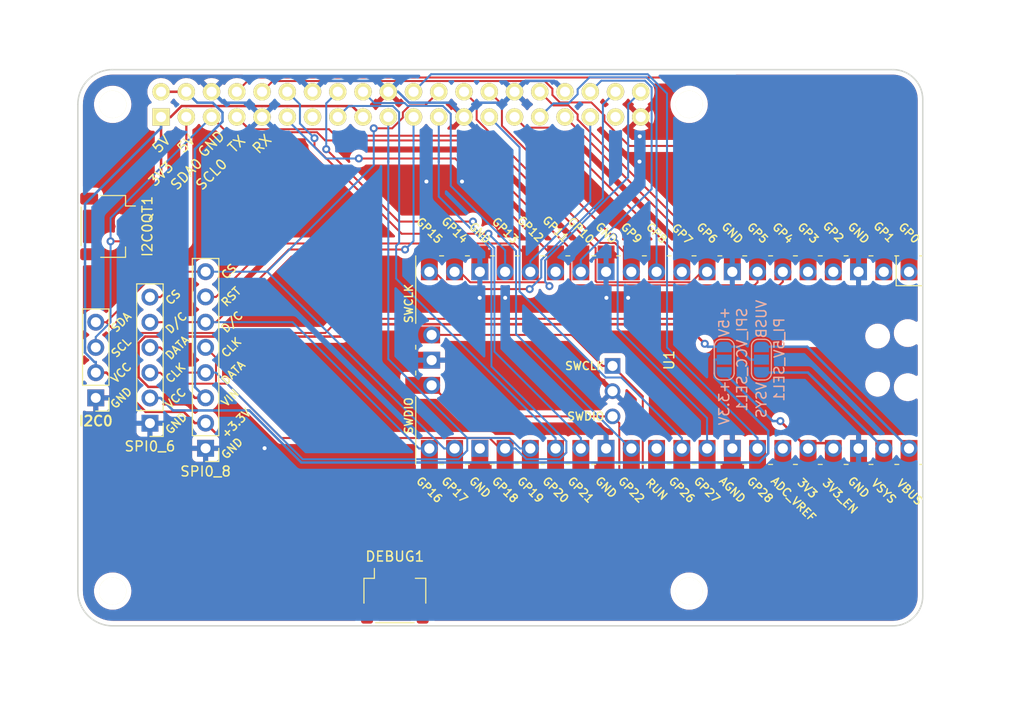
<source format=kicad_pcb>
(kicad_pcb (version 20211014) (generator pcbnew)
  (title_block (title "Chocolate Croissant") (date "2023-04-07") (rev "v0.1") (company "Robotika") (comment 1 "Jan Lindblom"))
  (layers (0 "F.Cu" signal) (31 "B.Cu" signal) (34 "B.Paste" user) (35 "F.Paste" user) (36 "B.SilkS" user "B.Silkscreen") (37 "F.SilkS" user "F.Silkscreen") (38 "B.Mask" user) (39 "F.Mask" user) (44 "Edge.Cuts" user))
  (net 0 "")
  (net 2 "GPIO6")
  (net 3 "GND")
  (net 4 "VSYS")
  (net 5 "+3V3")
  (net 6 "GPIO8")
  (net 7 "GPIO7")
  (net 8 "I2C0_SCL")
  (net 9 "I2C0_SDA")
  (net 10 "SPI0_SCK")
  (net 11 "SPI0_MISO")
  (net 12 "RX")
  (net 13 "TX")
  (net 14 "SPI0_MOSI")
  (net 16 "RUN")
  (net 17 "SPI1_MISO")
  (net 18 "SPI1_MOSI")
  (net 19 "SPI1_SCK")
  (net 20 "I2C1_SDA")
  (net 21 "I2C1_SCL")
  (net 22 "DEBUG_DATA")
  (net 23 "DEBUG_CLK")
  (net 24 "SPI0_CS")
  (net 25 "GPIO9")
  (net 26 "SPI1_CS")
  (net 28 "GPIO10")
  (net 29 "GPIO11")
  (net 30 "+5V")
  (net 31 "VUSB")
  (net 32 "GPIO20")
  (net 33 "GPIO21")
  (net 34 "GPIO22")
  (net 35 "GPIO23")
  (net 36 "PWM1A")
  (net 37 "PWM1B")
  (net 38 "SPI_VCC")
  (footprint "Connector_PinHeader_2.54mm:PinHeader_1x06_P2.54mm_Vertical" (layer "F.Cu") (at 116.075 95.3 180)
    (fp_text reference "SPI0_6")
    (fp_text value "Conn_01x06")
  )
  (footprint "Connector_PinHeader_2.54mm:PinHeader_1x08_P2.54mm_Vertical" (layer "F.Cu") (at 121.675 97.825 180)
    (fp_text reference "SPI0_8")
    (fp_text value "Conn_01x08")
  )
  (footprint "RPi_Pico:RPi_Pico_SMD_TH" (layer "F.Cu") (at 142.8168 78.45 -90)
    (fp_text reference "U1")
    (fp_text value "Pico")
  )
  (footprint "Raspberry-Pi-4-library-for-kicad:raspberrypi_2_3" (layer "F.Cu") (at 141.3256 63.2)
    (fp_text reference "RP1")
    (fp_text value "Raspberry_Pi_2_3")
    (fp_line (start 52.5 49.5) (end 52.5 -0.5) (layer "Edge.Cuts") (width 0.15))
    (fp_line (start -29 52.5) (end 49.5 52.5) (layer "Edge.Cuts") (width 0.15))
    (fp_line (start 49.5 -3.5) (end -29 -3.5) (layer "Edge.Cuts") (width 0.15))
    (fp_line (start -32.5 49) (end -32.5 0) (layer "Edge.Cuts") (width 0.15))
    (fp_arc (start 52.5 49.5) (mid 51.62132 51.62132) (end 49.5 52.5) (layer "Edge.Cuts") (width 0.15))
    (fp_arc (start 49.5 -3.5) (mid 51.62132 -2.62132) (end 52.5 -0.5) (layer "Edge.Cuts") (width 0.15))
    (fp_arc (start -29 52.5) (mid -31.474874 51.474874) (end -32.5 49) (layer "Edge.Cuts") (width 0.15))
    (fp_arc (start -32.5 0) (mid -31.474874 -2.474874) (end -29 -3.5) (layer "Edge.Cuts") (width 0.15))
  )
  (footprint "Connector_JST:JST_SH_SM04B-SRSS-TB_1x04-1MP_P1.00mm_Horizontal" (layer "F.Cu") (at 111.8362 75.4888 -90)
    (fp_text reference "I2C0QT1")
    (fp_text value "QWIIC_CONNECTORJS-1MM")
  )
  (footprint "Connector_PinHeader_2.54mm:PinHeader_1x04_P2.54mm_Vertical" (layer "F.Cu") (at 110.625 92.75 180)
    (fp_text reference "I2C0")
    (fp_text value "Conn_01x04")
  )
  (footprint "Connector_JST:JST_SH_SM04B-SRSS-TB_1x04-1MP_P1.00mm_Horizontal" (layer "F.Cu") (at 140.716 112.6998)
    (fp_text reference "DEBUG1")
    (fp_text value "QWIIC_CONNECTORJS-1MM")
  )
  (footprint "Jumper:SolderJumper-3_P1.3mm_Open_RoundedPad1.0x1.5mm_NumberLabels" (layer "B.Cu") (at 173.85 88.9 90)
    (fp_text reference "SPI_VCC_SEL1")
    (fp_text value "SolderJumper_3_Open")
  )
  (footprint "Jumper:SolderJumper-3_P1.3mm_Open_RoundedPad1.0x1.5mm_NumberLabels" (layer "B.Cu") (at 177.5968 88.9 90)
    (fp_text reference "PI_5V_SEL1")
    (fp_text value "SolderJumper_3_Open")
  )
  (gr_text "GND" (at 118.7196 95.3262 45) (layer "F.SilkS") (effects (font (size 0.8 0.8))))
  (gr_text "TX" (at 124.8 67.2 45) (layer "F.SilkS") (effects (font (size 1 1))))
  (gr_text "D/C" (at 118.7196 85.2012 45) (layer "F.SilkS") (effects (font (size 0.8 0.8))))
  (gr_text "VCC" (at 118.665725 92.8012 45) (layer "F.SilkS") (effects (font (size 0.8 0.8))))
  (gr_text "RST" (at 124.244501 82.5754 45) (layer "F.SilkS") (effects (font (size 0.8 0.8))))
  (gr_text "GND" (at 122.25 67.200001 45) (layer "F.SilkS") (effects (font (size 1 1))))
  (gr_text "VCC" (at 113.1824 90.2358 45) (layer "F.SilkS") (effects (font (size 0.8 0.8))))
  (gr_text "DATA" (at 124.46 90.2158 45) (layer "F.SilkS") (effects (font (size 0.8 0.8))))
  (gr_text "5V" (at 119.725 67.2 45) (layer "F.SilkS") (effects (font (size 1 1))))
  (gr_text "SDA" (at 113.1824 85.1358 45) (layer "F.SilkS") (effects (font (size 0.8 0.8))))
  (gr_text "VIN" (at 124.15022 92.7354 45) (layer "F.SilkS") (effects (font (size 0.8 0.8))))
  (gr_text "D/C" (at 124.338782 85.1154 45) (layer "F.SilkS") (effects (font (size 0.8 0.8))))
  (gr_text "+3.3V" (at 124.742843 95.3158 45) (layer "F.SilkS") (effects (font (size 0.8 0.8))))
  (gr_text "CS" (at 124.029002 80.0354 45) (layer "F.SilkS") (effects (font (size 0.8 0.8))))
  (gr_text "3V3" (at 117.2 70.2 45) (layer "F.SilkS") (effects (font (size 1 1))))
  (gr_text "GND" (at 113.1824 92.7608 45) (layer "F.SilkS") (effects (font (size 0.8 0.8))))
  (gr_text "DATA" (at 118.840818 87.7012 45) (layer "F.SilkS") (effects (font (size 0.8 0.8))))
  (gr_text "CS" (at 118.40982 82.6262 45) (layer "F.SilkS") (effects (font (size 0.8 0.8))))
  (gr_text "SDA0" (at 119.75 70.225 45) (layer "F.SilkS") (effects (font (size 1 1))))
  (gr_text "CLK" (at 118.652256 90.2512 45) (layer "F.SilkS") (effects (font (size 0.8 0.8))))
  (gr_text "5V" (at 117.225 67.2 45) (layer "F.SilkS") (effects (font (size 1 1))))
  (gr_text "SCL0" (at 122.275 70.25 45) (layer "F.SilkS") (effects (font (size 1 1))))
  (gr_text "SCL" (at 113.1824 87.6858 45) (layer "F.SilkS") (effects (font (size 0.8 0.8))))
  (gr_text "CLK" (at 124.271438 87.6808 45) (layer "F.SilkS") (effects (font (size 0.8 0.8))))
  (gr_text "RX" (at 127.35 67.2 45) (layer "F.SilkS") (effects (font (size 1 1))))
  (gr_text "GND" (at 124.338782 97.8408 45) (layer "F.SilkS") (effects (font (size 0.8 0.8))))
  (segment (start 125.7396 65.394) (end 124.8156 64.47) (width 0.2) (layer "F.Cu") (net 2))
  (segment (start 149.602 66.3547) (end 134.738 66.3547) (width 0.2) (layer "F.Cu") (net 2))
  (segment (start 160.917 77.6694) (end 149.602 66.3547) (width 0.2) (layer "F.Cu") (net 2))
  (segment (start 170.552 81.1102) (end 161.034 81.1102) (width 0.2) (layer "F.Cu") (net 2))
  (segment (start 125.74 65.394) (end 125.7396 65.394) (width 0.2) (layer "F.Cu") (net 2))
  (segment (start 134.738 66.3547) (end 134.086 65.702) (width 0.2) (layer "F.Cu") (net 2))
  (segment (start 171.602 80.06) (end 170.552 81.1102) (width 0.2) (layer "F.Cu") (net 2))
  (segment (start 126.048 65.702) (end 125.74 65.394) (width 0.2) (layer "F.Cu") (net 2))
  (segment (start 125.74 65.394) (end 125.432 65.086) (width 0.2) (layer "F.Cu") (net 2))
  (segment (start 134.086 65.702) (end 126.048 65.702) (width 0.2) (layer "F.Cu") (net 2))
  (segment (start 172.127 80.06) (end 172.1268 80.06) (width 0.2) (layer "F.Cu") (net 2))
  (segment (start 172.1268 80.06) (end 171.602 80.06) (width 0.2) (layer "F.Cu") (net 2))
  (segment (start 161.034 81.1102) (end 160.917 80.993) (width 0.2) (layer "F.Cu") (net 2))
  (segment (start 160.917 80.993) (end 160.917 77.6694) (width 0.2) (layer "F.Cu") (net 2))
  (via (at 162.001 82.677) (size 0.8) (drill 0.4) (layers "F.Cu" "B.Cu") (net 3))
  (via (at 127.6096 97.8154) (size 0.8) (drill 0.4) (layers "F.Cu" "B.Cu") (net 3))
  (via (at 164.1856 82.677) (size 0.8) (drill 0.4) (layers "F.Cu" "B.Cu") (net 3))
  (via (at 165.354 66.421) (size 0.8) (drill 0.4) (layers "F.Cu" "B.Cu") (net 3))
  (via (at 147.472 70.9676) (size 0.8) (drill 0.4) (layers "F.Cu" "B.Cu") (net 3))
  (via (at 149.25 82.677) (size 0.8) (drill 0.4) (layers "F.Cu" "B.Cu") (net 3))
  (via (at 165.329 68.961) (size 0.8) (drill 0.4) (layers "F.Cu" "B.Cu") (net 3))
  (via (at 151.816 82.677) (size 0.8) (drill 0.4) (layers "F.Cu" "B.Cu") (net 3))
  (via (at 143.891 70.9676) (size 0.8) (drill 0.4) (layers "F.Cu" "B.Cu") (net 3))
  (segment (start 147.6756 64.47) (end 146.2356 63.03) (width 0.25) (layer "B.Cu") (net 3))
  (segment (start 153.856 60.83) (end 156.736 60.83) (width 0.25) (layer "B.Cu") (net 3))
  (segment (start 138.9556 60.83) (end 140.0556 61.93) (width 0.25) (layer "B.Cu") (net 3))
  (segment (start 123.376 63.03) (end 125.916 63.03) (width 0.25) (layer "B.Cu") (net 3))
  (segment (start 125.916 63.03) (end 127.356 64.47) (width 0.25) (layer "B.Cu") (net 3))
  (segment (start 141.039965 61.93) (end 140.0556 61.93) (width 0.25) (layer "B.Cu") (net 3))
  (segment (start 133.5356 60.83) (end 138.9556 60.83) (width 0.25) (layer "B.Cu") (net 3))
  (segment (start 151.656 63.03) (end 153.856 60.83) (width 0.25) (layer "B.Cu") (net 3))
  (segment (start 122.276 61.93) (end 123.376 63.03) (width 0.25) (layer "B.Cu") (net 3))
  (segment (start 146.2356 63.03) (end 142.139965 63.03) (width 0.25) (layer "B.Cu") (net 3))
  (segment (start 156.736 60.83) (end 157.836 61.93) (width 0.25) (layer "B.Cu") (net 3))
  (segment (start 149.116 63.03) (end 151.656 63.03) (width 0.25) (layer "B.Cu") (net 3))
  (segment (start 147.676 64.47) (end 149.116 63.03) (width 0.25) (layer "B.Cu") (net 3))
  (segment (start 132.4356 61.93) (end 133.5356 60.83) (width 0.25) (layer "B.Cu") (net 3))
  (segment (start 142.139965 63.03) (end 141.039965 61.93) (width 0.25) (layer "B.Cu") (net 3))
  (segment (start 182.267 90.2) (end 189.907 97.8398) (width 0.25) (layer "B.Cu") (net 4))
  (segment (start 177.597 90.2) (end 177.5968 90.2) (width 0.25) (layer "B.Cu") (net 4))
  (segment (start 189.9068 97.84) (end 189.907 97.8398) (width 0.25) (layer "B.Cu") (net 4))
  (segment (start 177.597 90.2) (end 182.267 90.2) (width 0.25) (layer "B.Cu") (net 4))
  (segment (start 177.811422 100.7618) (end 180.775 100.7618) (width 0.25) (layer "F.Cu") (net 5))
  (segment (start 121.675 95.285) (end 120.6 95.285) (width 0.25) (layer "F.Cu") (net 5))
  (segment (start 179.498 95.0821) (end 181.719 97.3024) (width 0.25) (layer "F.Cu") (net 5))
  (segment (start 136.0898 109.6998) (end 139.52133 109.6998) (width 0.25) (layer "F.Cu") (net 5))
  (segment (start 184.827 97.84) (end 184.8268 97.84) (width 0.25) (layer "F.Cu") (net 5))
  (segment (start 140.216 111.00513) (end 140.94547 111.7346) (width 0.25) (layer "F.Cu") (net 5))
  (segment (start 140.216 110.6998) (end 140.216 111.00513) (width 0.25) (layer "F.Cu") (net 5))
  (segment (start 166.838622 111.7346) (end 177.811422 100.7618) (width 0.25) (layer "F.Cu") (net 5))
  (segment (start 114.14153 74.9888) (end 117.1956 71.93473) (width 0.25) (layer "F.Cu") (net 5))
  (segment (start 137.5158 64.4698) (end 137.516 64.47) (width 0.25) (layer "F.Cu") (net 5))
  (segment (start 121.675 95.285) (end 136.0898 109.6998) (width 0.25) (layer "F.Cu") (net 5))
  (segment (start 182.287 99.0087) (end 182.2868 99.0085) (width 0.25) (layer "F.Cu") (net 5))
  (segment (start 137.5156 64.47) (end 137.5158 64.4698) (width 0.25) (layer "F.Cu") (net 5))
  (segment (start 140.94547 111.7346) (end 166.838622 111.7346) (width 0.25) (layer "F.Cu") (net 5))
  (segment (start 113.8362 74.9888) (end 114.14153 74.9888) (width 0.25) (layer "F.Cu") (net 5))
  (segment (start 119.258 63.3699) (end 136.416 63.3699) (width 0.25) (layer "F.Cu") (net 5))
  (segment (start 181.719 97.3024) (end 182.287 97.3024) (width 0.25) (layer "F.Cu") (net 5))
  (segment (start 117.1956 64.47) (end 118.1579 64.47) (width 0.25) (layer "F.Cu") (net 5))
  (segment (start 118.1579 64.47) (end 119.258 63.3699) (width 0.25) (layer "F.Cu") (net 5))
  (segment (start 115.644 94.1539) (end 111.7 90.21) (width 0.25) (layer "F.Cu") (net 5))
  (segment (start 111.7 90.21) (end 110.625 90.21) (width 0.25) (layer "F.Cu") (net 5))
  (segment (start 182.287 97.3024) (end 184.2892 97.3024) (width 0.25) (layer "F.Cu") (net 5))
  (segment (start 139.52133 109.6998) (end 140.216 110.39447) (width 0.25) (layer "F.Cu") (net 5))
  (segment (start 182.287 99.0087) (end 182.287 97.3024) (width 0.25) (layer "F.Cu") (net 5))
  (segment (start 182.2868 99.0085) (end 182.2868 97.84) (width 0.25) (layer "F.Cu") (net 5))
  (segment (start 117.1956 71.93473) (end 117.1956 64.47) (width 0.25) (layer "F.Cu") (net 5))
  (segment (start 119.469 94.1539) (end 115.644 94.1539) (width 0.25) (layer "F.Cu") (net 5))
  (segment (start 136.416 63.3699) (end 137.5158 64.4698) (width 0.25) (layer "F.Cu") (net 5))
  (segment (start 140.216 110.39447) (end 140.216 110.6998) (width 0.25) (layer "F.Cu") (net 5))
  (segment (start 184.2892 97.3024) (end 184.8268 97.84) (width 0.25) (layer "F.Cu") (net 5))
  (segment (start 180.775 100.7618) (end 182.2868 99.25) (width 0.25) (layer "F.Cu") (net 5))
  (segment (start 120.6 95.285) (end 119.469 94.1539) (width 0.25) (layer "F.Cu") (net 5))
  (segment (start 182.2868 99.25) (end 182.2868 97.84) (width 0.25) (layer "F.Cu") (net 5))
  (via (at 179.498 95.0821) (size 0.8) (drill 0.4) (layers "F.Cu" "B.Cu") (net 5))
  (segment (start 117.196 64.47) (end 117.196 65.5701) (width 0.25) (layer "B.Cu") (net 5))
  (segment (start 109.542 73.2233) (end 109.542 88.1867) (width 0.25) (layer "B.Cu") (net 5))
  (segment (start 109.542 88.1867) (end 110.491 89.1349) (width 0.25) (layer "B.Cu") (net 5))
  (segment (start 110.625 89.1349) (end 110.625 90.21) (width 0.25) (layer "B.Cu") (net 5))
  (segment (start 117.196 65.5701) (end 109.542 73.2233) (width 0.25) (layer "B.Cu") (net 5))
  (segment (start 117.1956 64.47) (end 117.196 64.47) (width 0.25) (layer "B.Cu") (net 5))
  (segment (start 173.85 90.2) (end 178.732 95.0821) (width 0.25) (layer "B.Cu") (net 5))
  (segment (start 110.491 89.1349) (end 110.625 89.1349) (width 0.25) (layer "B.Cu") (net 5))
  (segment (start 178.732 95.0821) (end 179.498 95.0821) (width 0.25) (layer "B.Cu") (net 5))
  (segment (start 159.106 62.1811) (end 159.106 61.6733) (width 0.2) (layer "B.Cu") (net 6))
  (segment (start 167.0468 73.5971) (end 167.0468 80.06) (width 0.2) (layer "B.Cu") (net 6))
  (segment (start 166.016 60.4698) (end 167.047 61.5002) (width 0.2) (layer "B.Cu") (net 6))
  (segment (start 159.106 61.6733) (end 160.309 60.4698) (width 0.2) (layer "B.Cu") (net 6))
  (segment (start 167.047 61.5002) (end 167.047 73.5969) (width 0.2) (layer "B.Cu") (net 6))
  (segment (start 156.671 63.0946) (end 158.192 63.0946) (width 0.2) (layer "B.Cu") (net 6))
  (segment (start 160.309 60.4698) (end 166.016 60.4698) (width 0.2) (layer "B.Cu") (net 6))
  (segment (start 155.296 64.47) (end 155.9835 63.7823) (width 0.2) (layer "B.Cu") (net 6))
  (segment (start 155.9835 63.7823) (end 156.671 63.0946) (width 0.2) (layer "B.Cu") (net 6))
  (segment (start 167.047 73.5969) (end 167.0468 73.5971) (width 0.2) (layer "B.Cu") (net 6))
  (segment (start 158.192 63.0946) (end 159.106 62.1811) (width 0.2) (layer "B.Cu") (net 6))
  (segment (start 155.9835 63.7823) (end 155.9833 63.7823) (width 0.2) (layer "B.Cu") (net 6))
  (segment (start 167.047 73.5969) (end 167.047 75.7513) (width 0.2) (layer "B.Cu") (net 6))
  (segment (start 155.9833 63.7823) (end 155.2956 64.47) (width 0.2) (layer "B.Cu") (net 6))
  (segment (start 153.2935 65.0076) (end 153.831 65.5452) (width 0.2) (layer "F.Cu") (net 7))
  (segment (start 169.587 79.1234) (end 169.5868 79.1236) (width 0.2) (layer "F.Cu") (net 7))
  (segment (start 156.321 65.5452) (end 169.587 78.8113) (width 0.2) (layer "F.Cu") (net 7))
  (segment (start 152.756 64.47) (end 153.2935 65.0076) (width 0.2) (layer "F.Cu") (net 7))
  (segment (start 169.587 78.8113) (end 169.587 79.1234) (width 0.2) (layer "F.Cu") (net 7))
  (segment (start 153.2935 65.0076) (end 153.2932 65.0076) (width 0.2) (layer "F.Cu") (net 7))
  (segment (start 169.5868 79.1236) (end 169.5868 80.06) (width 0.2) (layer "F.Cu") (net 7))
  (segment (start 153.831 65.5452) (end 156.321 65.5452) (width 0.2) (layer "F.Cu") (net 7))
  (segment (start 169.587 79.1234) (end 169.587 79.4356) (width 0.2) (layer "F.Cu") (net 7))
  (segment (start 153.2932 65.0076) (end 152.7556 64.47) (width 0.2) (layer "F.Cu") (net 7))
  (segment (start 158.377 77.7492) (end 158.377 81.0419) (width 0.2) (layer "F.Cu") (net 8))
  (segment (start 123.808 66.0021) (end 132.878 66.0021) (width 0.2) (layer "F.Cu") (net 8))
  (segment (start 122.2756 64.47) (end 122.276 64.47) (width 0.2) (layer "F.Cu") (net 8))
  (segment (start 177.207 80.8475) (end 177.2068 80.8473) (width 0.2) (layer "F.Cu") (net 8))
  (segment (start 158.748 81.4136) (end 176.903 81.4136) (width 0.2) (layer "F.Cu") (net 8))
  (segment (start 112.117 76.9888) (end 112.115 76.9868) (width 0.2) (layer "F.Cu") (net 8))
  (segment (start 177.207 81.1101) (end 177.207 80.8475) (width 0.2) (layer "F.Cu") (net 8))
  (segment (start 133.708 66.833) (end 147.46 66.833) (width 0.2) (layer "F.Cu") (net 8))
  (segment (start 113.8362 76.9888) (end 112.117 76.9888) (width 0.2) (layer "F.Cu") (net 8))
  (segment (start 177.207 80.8475) (end 177.207 80.585) (width 0.2) (layer "F.Cu") (net 8))
  (segment (start 177.2068 80.8473) (end 177.2068 80.06) (width 0.2) (layer "F.Cu") (net 8))
  (segment (start 132.878 66.0021) (end 133.708 66.833) (width 0.2) (layer "F.Cu") (net 8))
  (segment (start 147.46 66.833) (end 158.377 77.7492) (width 0.2) (layer "F.Cu") (net 8))
  (segment (start 176.903 81.4136) (end 177.207 81.1101) (width 0.2) (layer "F.Cu") (net 8))
  (segment (start 158.377 81.0419) (end 158.748 81.4136) (width 0.2) (layer "F.Cu") (net 8))
  (segment (start 122.276 64.47) (end 123.808 66.0021) (width 0.2) (layer "F.Cu") (net 8))
  (via (at 112.115 76.9868) (size 0.8) (drill 0.4) (layers "F.Cu" "B.Cu") (net 8))
  (segment (start 122.2756 64.47) (end 122.2758 64.4702) (width 0.2) (layer "B.Cu") (net 8))
  (segment (start 112.115 76.9868) (end 112.115 74.6308) (width 0.2) (layer "B.Cu") (net 8))
  (segment (start 112.115 74.6308) (end 122.2758 64.4702) (width 0.2) (layer "B.Cu") (net 8))
  (segment (start 112.115 85.1301) (end 112.115 76.9868) (width 0.2) (layer "B.Cu") (net 8))
  (segment (start 122.2758 64.4702) (end 122.276 64.47) (width 0.2) (layer "B.Cu") (net 8))
  (segment (start 110.625 87.67) (end 110.625 86.6199) (width 0.2) (layer "B.Cu") (net 8))
  (segment (start 110.625 86.6199) (end 112.115 85.1301) (width 0.2) (layer "B.Cu") (net 8))
  (segment (start 119.7356 69.7877) (end 119.7356 64.47) (width 0.2) (layer "F.Cu") (net 9))
  (segment (start 135.147 84.7865) (end 174.495 84.7865) (width 0.2) (layer "F.Cu") (net 9))
  (segment (start 111.675 85.13) (end 119.736 77.0695) (width 0.2) (layer "F.Cu") (net 9))
  (segment (start 113.8362 75.9888) (end 119.7284 75.9888) (width 0.2) (layer "F.Cu") (net 9))
  (segment (start 112.761 86.2158) (end 133.718 86.2158) (width 0.2) (layer "F.Cu") (net 9))
  (segment (start 174.495 84.7865) (end 177.875 81.407) (width 0.2) (layer "F.Cu") (net 9))
  (segment (start 179.747 80.8103) (end 179.747 80.5602) (width 0.2) (layer "F.Cu") (net 9))
  (segment (start 179.747 80.8103) (end 179.7468 80.8101) (width 0.2) (layer "F.Cu") (net 9))
  (segment (start 119.736 69.7881) (end 119.736 64.47) (width 0.2) (layer "F.Cu") (net 9))
  (segment (start 119.736 75.1062) (end 119.736 69.7881) (width 0.2) (layer "F.Cu") (net 9))
  (segment (start 110.625 85.13) (end 111.675 85.13) (width 0.2) (layer "F.Cu") (net 9))
  (segment (start 111.675 85.13) (end 112.761 86.2158) (width 0.2) (layer "F.Cu") (net 9))
  (segment (start 177.875 81.407) (end 179.4 81.407) (width 0.2) (layer "F.Cu") (net 9))
  (segment (start 179.4 81.407) (end 179.747 81.0604) (width 0.2) (layer "F.Cu") (net 9))
  (segment (start 119.736 75.9964) (end 119.736 75.1062) (width 0.2) (layer "F.Cu") (net 9))
  (segment (start 133.718 86.2158) (end 135.147 84.7865) (width 0.2) (layer "F.Cu") (net 9))
  (segment (start 119.736 69.7881) (end 119.7356 69.7877) (width 0.2) (layer "F.Cu") (net 9))
  (segment (start 119.736 77.0695) (end 119.736 75.9964) (width 0.2) (layer "F.Cu") (net 9))
  (segment (start 119.7284 75.9888) (end 119.736 75.9964) (width 0.2) (layer "F.Cu") (net 9))
  (segment (start 179.7468 80.8101) (end 179.7468 80.06) (width 0.2) (layer "F.Cu") (net 9))
  (segment (start 179.747 81.0604) (end 179.747 80.8103) (width 0.2) (layer "F.Cu") (net 9))
  (segment (start 122.725 88.715) (end 121.675 87.665) (width 0.2) (layer "F.Cu") (net 10))
  (segment (start 151.8068 97.84) (end 151.282 97.84) (width 0.2) (layer "F.Cu") (net 10))
  (segment (start 122.725 91.3181) (end 118.223 91.3181) (width 0.2) (layer "F.Cu") (net 10))
  (segment (start 123.83 91.3181) (end 122.725 91.3181) (width 0.2) (layer "F.Cu") (net 10))
  (segment (start 151.282 97.84) (end 150.232 96.7899) (width 0.2) (layer "F.Cu") (net 10))
  (segment (start 151.807 97.84) (end 151.8068 97.84) (width 0.2) (layer "F.Cu") (net 10))
  (segment (start 122.725 91.3181) (end 122.725 88.715) (width 0.2) (layer "F.Cu") (net 10))
  (segment (start 118.223 91.3181) (end 117.125 90.22) (width 0.2) (layer "F.Cu") (net 10))
  (segment (start 150.232 96.7899) (end 129.302 96.7899) (width 0.2) (layer "F.Cu") (net 10))
  (segment (start 117.125 90.22) (end 116.075 90.22) (width 0.2) (layer "F.Cu") (net 10))
  (segment (start 129.302 96.7899) (end 123.83 91.3181) (width 0.2) (layer "F.Cu") (net 10))
  (segment (start 152.857 97.84) (end 153.938 98.9208) (width 0.2) (layer "B.Cu") (net 10))
  (segment (start 145.136 69.0057) (end 145.136 67.4938) (width 0.2) (layer "B.Cu") (net 10))
  (segment (start 145.136 69.0057) (end 145.1356 69.0053) (width 0.2) (layer "B.Cu") (net 10))
  (segment (start 157.97 97.1232) (end 150.431 89.5838) (width 0.2) (layer "B.Cu") (net 10))
  (segment (start 151.807 97.84) (end 152.857 97.84) (width 0.2) (layer "B.Cu") (net 10))
  (segment (start 145.136 72.4896) (end 145.136 69.0057) (width 0.2) (layer "B.Cu") (net 10))
  (segment (start 157.305 98.9208) (end 157.97 98.2559) (width 0.2) (layer "B.Cu") (net 10))
  (segment (start 157.97 98.2559) (end 157.97 97.1232) (width 0.2) (layer "B.Cu") (net 10))
  (segment (start 145.1356 69.0053) (end 145.1356 64.47) (width 0.2) (layer "B.Cu") (net 10))
  (segment (start 151.8068 97.84) (end 151.807 97.84) (width 0.2) (layer "B.Cu") (net 10))
  (segment (start 150.431 77.7846) (end 145.136 72.4896) (width 0.2) (layer "B.Cu") (net 10))
  (segment (start 150.431 89.5838) (end 150.431 77.7846) (width 0.2) (layer "B.Cu") (net 10))
  (segment (start 153.938 98.9208) (end 157.305 98.9208) (width 0.2) (layer "B.Cu") (net 10))
  (segment (start 121.675 85.125) (end 122.725 85.125) (width 0.2) (layer "F.Cu") (net 11))
  (segment (start 117.14 85.125) (end 121.675 85.125) (width 0.2) (layer "F.Cu") (net 11))
  (segment (start 117.125 85.14) (end 117.14 85.125) (width 0.2) (layer "F.Cu") (net 11))
  (segment (start 130.036 77.8137) (end 141.746 77.8137) (width 0.2) (layer "F.Cu") (net 11))
  (segment (start 116.075 85.14) (end 117.125 85.14) (width 0.2) (layer "F.Cu") (net 11))
  (segment (start 122.725 85.125) (end 130.036 77.8137) (width 0.2) (layer "F.Cu") (net 11))
  (via (at 141.746 77.8137) (size 0.8) (drill 0.4) (layers "F.Cu" "B.Cu") (net 11))
  (segment (start 142.5956 69.0053) (end 142.5956 64.47) (width 0.2) (layer "B.Cu") (net 11))
  (segment (start 143.137 97.84) (end 144.1868 97.84) (width 0.2) (layer "B.Cu") (net 11))
  (segment (start 144.1868 97.84) (end 144.187 97.84) (width 0.2) (layer "B.Cu") (net 11))
  (segment (start 121.675 85.125) (end 130.422 85.125) (width 0.2) (layer "B.Cu") (net 11))
  (segment (start 130.422 85.125) (end 143.137 97.84) (width 0.2) (layer "B.Cu") (net 11))
  (segment (start 142.596 76.9643) (end 142.596 69.0057) (width 0.2) (layer "B.Cu") (net 11))
  (segment (start 142.596 69.0057) (end 142.5956 69.0053) (width 0.2) (layer "B.Cu") (net 11))
  (segment (start 142.596 69.0057) (end 142.596 67.4938) (width 0.2) (layer "B.Cu") (net 11))
  (segment (start 141.746 77.8137) (end 142.596 76.9643) (width 0.2) (layer "B.Cu") (net 11))
  (segment (start 161.796 64.317) (end 161.796 64.8826) (width 0.2) (layer "F.Cu") (net 12))
  (segment (start 156.566 62.2515) (end 157.319 63.0052) (width 0.2) (layer "F.Cu") (net 12))
  (segment (start 160.484 63.0052) (end 161.796 64.317) (width 0.2) (layer "F.Cu") (net 12))
  (segment (start 127.8965 61.3891) (end 128.437 60.8482) (width 0.2) (layer "F.Cu") (net 12))
  (segment (start 161.796 64.8826) (end 164.299 67.3853) (width 0.2) (layer "F.Cu") (net 12))
  (segment (start 155.79 60.8482) (end 156.566 61.6236) (width 0.2) (layer "F.Cu") (net 12))
  (segment (start 127.8965 61.3891) (end 127.3556 61.93) (width 0.2) (layer "F.Cu") (net 12))
  (segment (start 189.907 77.9224) (end 189.907 78.6349) (width 0.2) (layer "F.Cu") (net 12))
  (segment (start 127.356 61.93) (end 127.8965 61.3891) (width 0.2) (layer "F.Cu") (net 12))
  (segment (start 164.299 67.3853) (end 180.082 67.3853) (width 0.2) (layer "F.Cu") (net 12))
  (segment (start 180.082 67.3853) (end 189.907 77.2099) (width 0.2) (layer "F.Cu") (net 12))
  (segment (start 189.9068 77.9226) (end 189.9068 80.06) (width 0.2) (layer "F.Cu") (net 12))
  (segment (start 189.907 77.9224) (end 189.9068 77.9226) (width 0.2) (layer "F.Cu") (net 12))
  (segment (start 189.907 77.2099) (end 189.907 77.9224) (width 0.2) (layer "F.Cu") (net 12))
  (segment (start 156.566 61.6236) (end 156.566 62.2515) (width 0.2) (layer "F.Cu") (net 12))
  (segment (start 157.319 63.0052) (end 160.484 63.0052) (width 0.2) (layer "F.Cu") (net 12))
  (segment (start 128.437 60.8482) (end 155.79 60.8482) (width 0.2) (layer "F.Cu") (net 12))
  (segment (start 174.194 60.4945) (end 192.447 78.7468) (width 0.2) (layer "F.Cu") (net 13))
  (segment (start 192.4468 80.06) (end 192.447 80.0598) (width 0.2) (layer "F.Cu") (net 13))
  (segment (start 124.8156 61.93) (end 124.816 61.93) (width 0.2) (layer "F.Cu") (net 13))
  (segment (start 124.816 61.93) (end 126.251 60.4945) (width 0.2) (layer "F.Cu") (net 13))
  (segment (start 192.447 78.7468) (end 192.447 79.4034) (width 0.2) (layer "F.Cu") (net 13))
  (segment (start 126.251 60.4945) (end 174.194 60.4945) (width 0.2) (layer "F.Cu") (net 13))
  (segment (start 192.447 80.0598) (end 192.447 79.4034) (width 0.2) (layer "F.Cu") (net 13))
  (segment (start 119.65 90.205) (end 121.675 90.205) (width 0.2) (layer "F.Cu") (net 14))
  (segment (start 116.075 87.68) (end 117.125 87.68) (width 0.2) (layer "F.Cu") (net 14))
  (segment (start 117.125 87.68) (end 119.65 90.205) (width 0.2) (layer "F.Cu") (net 14))
  (segment (start 153.297 97.84) (end 154.3468 97.84) (width 0.2) (layer "B.Cu") (net 14))
  (segment (start 140.0556 69.0053) (end 140.0556 64.47) (width 0.2) (layer "B.Cu") (net 14))
  (segment (start 147.997 96.7837) (end 152.24 96.7837) (width 0.2) (layer "B.Cu") (net 14))
  (segment (start 147.997 98.0551) (end 147.997 96.7837) (width 0.2) (layer "B.Cu") (net 14))
  (segment (start 154.3468 97.84) (end 154.347 97.84) (width 0.2) (layer "B.Cu") (net 14))
  (segment (start 131.448 98.9277) (end 147.124 98.9277) (width 0.2) (layer "B.Cu") (net 14))
  (segment (start 147.997 96.7837) (end 140.056 88.8425) (width 0.2) (layer "B.Cu") (net 14))
  (segment (start 140.056 88.8425) (end 140.056 69.0057) (width 0.2) (layer "B.Cu") (net 14))
  (segment (start 140.056 69.0057) (end 140.0556 69.0053) (width 0.2) (layer "B.Cu") (net 14))
  (segment (start 122.725 90.205) (end 131.448 98.9277) (width 0.2) (layer "B.Cu") (net 14))
  (segment (start 140.056 69.0057) (end 140.056 67.4938) (width 0.2) (layer "B.Cu") (net 14))
  (segment (start 152.24 96.7837) (end 153.297 97.84) (width 0.2) (layer "B.Cu") (net 14))
  (segment (start 147.124 98.9277) (end 147.997 98.0551) (width 0.2) (layer "B.Cu") (net 14))
  (segment (start 121.675 90.205) (end 122.725 90.205) (width 0.2) (layer "B.Cu") (net 14))
  (segment (start 154.3468 80.06) (end 154.347 80.0598) (width 0.2) (layer "F.Cu") (net 17))
  (segment (start 128.103 77.2067) (end 152.744 77.2067) (width 0.2) (layer "F.Cu") (net 17))
  (segment (start 154.347 78.8092) (end 154.347 79.4346) (width 0.2) (layer "F.Cu") (net 17))
  (segment (start 152.744 77.2067) (end 154.347 78.8092) (width 0.2) (layer "F.Cu") (net 17))
  (segment (start 154.347 80.0598) (end 154.347 79.4346) (width 0.2) (layer "F.Cu") (net 17))
  (segment (start 122.725 82.585) (end 128.103 77.2067) (width 0.2) (layer "F.Cu") (net 17))
  (segment (start 121.675 82.585) (end 122.725 82.585) (width 0.2) (layer "F.Cu") (net 17))
  (segment (start 154.3468 79.5351) (end 154.3468 80.06) (width 0.2) (layer "B.Cu") (net 17))
  (segment (start 154.347 79.5349) (end 154.3468 79.5351) (width 0.2) (layer "B.Cu") (net 17))
  (segment (start 154.347 79.0099) (end 154.347 79.5349) (width 0.2) (layer "B.Cu") (net 17))
  (segment (start 154.347 79.5349) (end 154.347 80.06) (width 0.2) (layer "B.Cu") (net 17))
  (segment (start 160.376 72.9811) (end 154.347 79.0099) (width 0.2) (layer "B.Cu") (net 17))
  (segment (start 160.3756 64.47) (end 160.376 64.47) (width 0.2) (layer "B.Cu") (net 17))
  (segment (start 160.376 64.47) (end 160.376 72.9811) (width 0.2) (layer "B.Cu") (net 17))
  (segment (start 146.447 81.7951) (end 154.281 81.7951) (width 0.2) (layer "F.Cu") (net 18))
  (segment (start 144.187 80.06) (end 144.712 80.06) (width 0.2) (layer "F.Cu") (net 18))
  (segment (start 144.187 80.06) (end 144.1868 80.06) (width 0.2) (layer "F.Cu") (net 18))
  (segment (start 144.712 80.06) (end 146.447 81.7951) (width 0.2) (layer "F.Cu") (net 18))
  (via (at 154.281 81.7951) (size 0.8) (drill 0.4) (layers "F.Cu" "B.Cu") (net 18))
  (segment (start 161.646 72.6619) (end 161.646 63.2) (width 0.2) (layer "B.Cu") (net 18))
  (segment (start 162.9156 61.93) (end 162.9158 61.93) (width 0.2) (layer "B.Cu") (net 18))
  (segment (start 154.281 81.7951) (end 155.443 80.6329) (width 0.2) (layer "B.Cu") (net 18))
  (segment (start 155.443 80.6329) (end 155.443 78.8646) (width 0.2) (layer "B.Cu") (net 18))
  (segment (start 162.9158 61.93) (end 162.916 61.9302) (width 0.2) (layer "B.Cu") (net 18))
  (segment (start 155.443 78.8646) (end 161.646 72.6619) (width 0.2) (layer "B.Cu") (net 18))
  (segment (start 161.646 63.2) (end 162.916 61.9302) (width 0.2) (layer "B.Cu") (net 18))
  (segment (start 147.252 80.06) (end 148.302 81.1101) (width 0.2) (layer "F.Cu") (net 19))
  (segment (start 146.727 80.06) (end 147.252 80.06) (width 0.2) (layer "F.Cu") (net 19))
  (segment (start 148.302 81.1101) (end 155.88 81.1101) (width 0.2) (layer "F.Cu") (net 19))
  (segment (start 146.727 80.06) (end 146.7268 80.06) (width 0.2) (layer "F.Cu") (net 19))
  (segment (start 155.88 81.1101) (end 156.265 81.4948) (width 0.2) (layer "F.Cu") (net 19))
  (via (at 156.265 81.4948) (size 0.8) (drill 0.4) (layers "F.Cu" "B.Cu") (net 19))
  (segment (start 165.4558 61.93) (end 165.456 61.9302) (width 0.2) (layer "B.Cu") (net 19))
  (segment (start 156.265 81.4948) (end 155.837 81.0665) (width 0.2) (layer "B.Cu") (net 19))
  (segment (start 164.186 63.2) (end 165.456 61.9302) (width 0.2) (layer "B.Cu") (net 19))
  (segment (start 155.837 81.0665) (end 155.837 78.8954) (width 0.2) (layer "B.Cu") (net 19))
  (segment (start 165.4556 61.93) (end 165.4558 61.93) (width 0.2) (layer "B.Cu") (net 19))
  (segment (start 164.186 70.5464) (end 164.186 63.2) (width 0.2) (layer "B.Cu") (net 19))
  (segment (start 155.837 78.8954) (end 164.186 70.5464) (width 0.2) (layer "B.Cu") (net 19))
  (segment (start 169.587 97.8398) (end 169.587 97.3149) (width 0.2) (layer "B.Cu") (net 20))
  (segment (start 161.923 90.6979) (end 163.495 90.6979) (width 0.2) (layer "B.Cu") (net 20))
  (segment (start 163.495 90.6979) (end 169.587 96.7899) (width 0.2) (layer "B.Cu") (net 20))
  (segment (start 153.262 67.5162) (end 153.262 82.0369) (width 0.2) (layer "B.Cu") (net 20))
  (segment (start 153.262 82.0369) (end 161.923 90.6979) (width 0.2) (layer "B.Cu") (net 20))
  (segment (start 169.5868 97.84) (end 169.587 97.8398) (width 0.2) (layer "B.Cu") (net 20))
  (segment (start 150.2156 64.47) (end 150.216 64.47) (width 0.2) (layer "B.Cu") (net 20))
  (segment (start 169.587 96.7899) (end 169.587 97.3149) (width 0.2) (layer "B.Cu") (net 20))
  (segment (start 150.216 64.47) (end 153.262 67.5162) (width 0.2) (layer "B.Cu") (net 20))
  (segment (start 151.486 65.3512) (end 162.686 76.5521) (width 0.2) (layer "F.Cu") (net 21))
  (segment (start 150.851 62.565) (end 151.486 63.2) (width 0.2) (layer "F.Cu") (net 21))
  (segment (start 150.216 61.93) (end 150.851 62.565) (width 0.2) (layer "F.Cu") (net 21))
  (segment (start 151.486 63.2) (end 151.486 65.3512) (width 0.2) (layer "F.Cu") (net 21))
  (segment (start 150.851 62.565) (end 150.8506 62.565) (width 0.2) (layer "F.Cu") (net 21))
  (segment (start 150.8506 62.565) (end 150.2156 61.93) (width 0.2) (layer "F.Cu") (net 21))
  (via (at 162.686 76.5521) (size 0.8) (drill 0.4) (layers "F.Cu" "B.Cu") (net 21))
  (segment (start 172.1268 95.5451) (end 172.1268 97.84) (width 0.2) (layer "B.Cu") (net 21))
  (segment (start 172.127 94.7799) (end 172.127 95.5449) (width 0.2) (layer "B.Cu") (net 21))
  (segment (start 163.131 76.9962) (end 163.131 85.7837) (width 0.2) (layer "B.Cu") (net 21))
  (segment (start 172.127 95.5449) (end 172.127 96.3099) (width 0.2) (layer "B.Cu") (net 21))
  (segment (start 172.127 95.5449) (end 172.1268 95.5451) (width 0.2) (layer "B.Cu") (net 21))
  (segment (start 163.131 85.7837) (end 172.127 94.7799) (width 0.2) (layer "B.Cu") (net 21))
  (segment (start 162.686 76.5521) (end 163.131 76.9962) (width 0.2) (layer "B.Cu") (net 21))
  (segment (start 163.2966 100.3046) (end 163.2966 95.2939) (width 0.2) (layer "F.Cu") (net 22))
  (segment (start 141.216 110.429825) (end 150.955825 100.69) (width 0.2) (layer "F.Cu") (net 22))
  (segment (start 144.4168 91.49) (end 147.5409 94.6141) (width 0.2) (layer "F.Cu") (net 22))
  (segment (start 162.9112 100.69) (end 163.2966 100.3046) (width 0.2) (layer "F.Cu") (net 22))
  (segment (start 163.2966 95.2939) (end 162.6168 94.6141) (width 0.2) (layer "F.Cu") (net 22))
  (segment (start 141.216 110.6998) (end 141.216 110.429825) (width 0.2) (layer "F.Cu") (net 22))
  (segment (start 162.6168 94.6141) (end 162.617 94.6141) (width 0.2) (layer "F.Cu") (net 22))
  (segment (start 147.5409 94.6141) (end 162.6168 94.6141) (width 0.2) (layer "F.Cu") (net 22))
  (segment (start 150.955825 100.69) (end 162.9112 100.69) (width 0.2) (layer "F.Cu") (net 22))
  (segment (start 165.6588 92.5761) (end 162.6168 89.5341) (width 0.2) (layer "F.Cu") (net 23))
  (segment (start 162.6168 89.5341) (end 162.123 89.5341) (width 0.2) (layer "F.Cu") (net 23))
  (segment (start 142.216 110.6998) (end 155.547 110.6998) (width 0.2) (layer "F.Cu") (net 23))
  (segment (start 161.629 89.5341) (end 158.505 86.41) (width 0.2) (layer "F.Cu") (net 23))
  (segment (start 162.617 89.5341) (end 162.6168 89.5341) (width 0.2) (layer "F.Cu") (net 23))
  (segment (start 158.505 86.41) (end 144.417 86.41) (width 0.2) (layer "F.Cu") (net 23))
  (segment (start 165.6588 100.588) (end 165.6588 92.5761) (width 0.2) (layer "F.Cu") (net 23))
  (segment (start 162.123 89.5341) (end 161.629 89.5341) (width 0.2) (layer "F.Cu") (net 23))
  (segment (start 144.417 86.41) (end 144.4168 86.41) (width 0.2) (layer "F.Cu") (net 23))
  (segment (start 155.547 110.6998) (end 165.6588 100.588) (width 0.2) (layer "F.Cu") (net 23))
  (segment (start 119.68 80.045) (end 121.675 80.045) (width 0.2) (layer "F.Cu") (net 24))
  (segment (start 145.1356 61.93) (end 144.448 62.6176) (width 0.2) (layer "F.Cu") (net 24))
  (segment (start 140.448 65.6077) (end 141.52 64.5348) (width 0.2) (layer "F.Cu") (net 24))
  (segment (start 116.075 82.6) (end 117.125 82.6) (width 0.2) (layer "F.Cu") (net 24))
  (segment (start 143.759 63.3062) (end 144.448 62.6181) (width 0.2) (layer "F.Cu") (net 24))
  (segment (start 141.52 64.5348) (end 141.52 64.0008) (width 0.2) (layer "F.Cu") (net 24))
  (segment (start 144.448 62.6176) (end 144.448 62.6181) (width 0.2) (layer "F.Cu") (net 24))
  (segment (start 138.593 65.6077) (end 140.448 65.6077) (width 0.2) (layer "F.Cu") (net 24))
  (segment (start 142.215 63.3062) (end 143.759 63.3062) (width 0.2) (layer "F.Cu") (net 24))
  (segment (start 117.125 82.6) (end 119.68 80.045) (width 0.2) (layer "F.Cu") (net 24))
  (segment (start 141.52 64.0008) (end 142.215 63.3062) (width 0.2) (layer "F.Cu") (net 24))
  (via (at 138.593 65.6077) (size 0.8) (drill 0.4) (layers "F.Cu" "B.Cu") (net 24))
  (segment (start 138.593 69.3333) (end 127.882 80.045) (width 0.2) (layer "B.Cu") (net 24))
  (segment (start 127.882 80.045) (end 121.675 80.045) (width 0.2) (layer "B.Cu") (net 24))
  (segment (start 145.677 97.84) (end 127.882 80.045) (width 0.2) (layer "B.Cu") (net 24))
  (segment (start 138.593 65.6077) (end 138.593 69.3333) (width 0.2) (layer "B.Cu") (net 24))
  (segment (start 146.727 97.84) (end 146.7268 97.84) (width 0.2) (layer "B.Cu") (net 24))
  (segment (start 146.7268 97.84) (end 145.677 97.84) (width 0.2) (layer "B.Cu") (net 24))
  (segment (start 164.507 79.1163) (end 164.5068 79.1165) (width 0.2) (layer "F.Cu") (net 25))
  (segment (start 148.311 62.565) (end 148.946 63.2) (width 0.2) (layer "F.Cu") (net 25))
  (segment (start 162.857 77.1522) (end 164.507 78.8018) (width 0.2) (layer "F.Cu") (net 25))
  (segment (start 148.311 62.565) (end 148.3106 62.565) (width 0.2) (layer "F.Cu") (net 25))
  (segment (start 164.507 79.1163) (end 164.507 79.4309) (width 0.2) (layer "F.Cu") (net 25))
  (segment (start 148.946 64.7355) (end 161.362 77.1522) (width 0.2) (layer "F.Cu") (net 25))
  (segment (start 148.3106 62.565) (end 147.6756 61.93) (width 0.2) (layer "F.Cu") (net 25))
  (segment (start 161.362 77.1522) (end 162.857 77.1522) (width 0.2) (layer "F.Cu") (net 25))
  (segment (start 147.676 61.93) (end 148.311 62.565) (width 0.2) (layer "F.Cu") (net 25))
  (segment (start 164.5068 79.1165) (end 164.5068 80.06) (width 0.2) (layer "F.Cu") (net 25))
  (segment (start 148.946 63.2) (end 148.946 64.7355) (width 0.2) (layer "F.Cu") (net 25))
  (segment (start 164.507 78.8018) (end 164.507 79.1163) (width 0.2) (layer "F.Cu") (net 25))
  (segment (start 141.402 76.2216) (end 150.14 76.2216) (width 0.2) (layer "F.Cu") (net 26))
  (segment (start 132.629 66.6022) (end 132.629 67.4489) (width 0.2) (layer "F.Cu") (net 26))
  (segment (start 132.629 67.4489) (end 141.402 76.2216) (width 0.2) (layer "F.Cu") (net 26))
  (via (at 150.14 76.2216) (size 0.8) (drill 0.4) (layers "F.Cu" "B.Cu") (net 26))
  (via (at 132.629 66.6022) (size 0.8) (drill 0.4) (layers "F.Cu" "B.Cu") (net 26))
  (segment (start 151.807 78.4312) (end 151.8068 78.4314) (width 0.2) (layer "B.Cu") (net 26))
  (segment (start 130.5306 62.565) (end 129.8956 61.93) (width 0.2) (layer "B.Cu") (net 26))
  (segment (start 151.807 78.4312) (end 151.807 78.9739) (width 0.2) (layer "B.Cu") (net 26))
  (segment (start 130.531 62.565) (end 131.166 63.2) (width 0.2) (layer "B.Cu") (net 26))
  (segment (start 150.14 76.2216) (end 151.807 77.8886) (width 0.2) (layer "B.Cu") (net 26))
  (segment (start 151.8068 78.4314) (end 151.8068 80.06) (width 0.2) (layer "B.Cu") (net 26))
  (segment (start 131.166 65.1388) (end 132.629 66.6022) (width 0.2) (layer "B.Cu") (net 26))
  (segment (start 151.807 77.8886) (end 151.807 78.4312) (width 0.2) (layer "B.Cu") (net 26))
  (segment (start 130.531 62.565) (end 130.5306 62.565) (width 0.2) (layer "B.Cu") (net 26))
  (segment (start 131.166 63.2) (end 131.166 65.1388) (width 0.2) (layer "B.Cu") (net 26))
  (segment (start 129.896 61.93) (end 130.531 62.565) (width 0.2) (layer "B.Cu") (net 26))
  (segment (start 160.9335 61.3724) (end 161.491 60.8148) (width 0.2) (layer "B.Cu") (net 28))
  (segment (start 159.4268 79.153) (end 159.4268 80.06) (width 0.2) (layer "B.Cu") (net 28))
  (segment (start 160.376 61.93) (end 160.9335 61.3724) (width 0.2) (layer "B.Cu") (net 28))
  (segment (start 166.55 61.4842) (end 166.55 71.7275) (width 0.2) (layer "B.Cu") (net 28))
  (segment (start 161.491 60.8148) (end 165.88 60.8148) (width 0.2) (layer "B.Cu") (net 28))
  (segment (start 159.427 78.8504) (end 159.427 79.1528) (width 0.2) (layer "B.Cu") (net 28))
  (segment (start 166.55 71.7275) (end 159.427 78.8504) (width 0.2) (layer "B.Cu") (net 28))
  (segment (start 165.88 60.8148) (end 166.55 61.4842) (width 0.2) (layer "B.Cu") (net 28))
  (segment (start 160.9335 61.3724) (end 160.9332 61.3724) (width 0.2) (layer "B.Cu") (net 28))
  (segment (start 160.9332 61.3724) (end 160.3756 61.93) (width 0.2) (layer "B.Cu") (net 28))
  (segment (start 159.427 79.1528) (end 159.427 79.4552) (width 0.2) (layer "B.Cu") (net 28))
  (segment (start 159.427 79.1528) (end 159.4268 79.153) (width 0.2) (layer "B.Cu") (net 28))
  (segment (start 156.887 79.074) (end 156.8868 79.0742) (width 0.2) (layer "F.Cu") (net 29))
  (segment (start 137.093 68.651) (end 146.792 68.651) (width 0.2) (layer "F.Cu") (net 29))
  (segment (start 146.792 68.651) (end 156.887 78.7454) (width 0.2) (layer "F.Cu") (net 29))
  (segment (start 156.887 79.074) (end 156.887 79.4027) (width 0.2) (layer "F.Cu") (net 29))
  (segment (start 156.887 78.7454) (end 156.887 79.074) (width 0.2) (layer "F.Cu") (net 29))
  (segment (start 156.8868 79.0742) (end 156.8868 80.06) (width 0.2) (layer "F.Cu") (net 29))
  (via (at 137.093 68.651) (size 0.8) (drill 0.4) (layers "F.Cu" "B.Cu") (net 29))
  (segment (start 129.896 64.7686) (end 133.778 68.651) (width 0.2) (layer "B.Cu") (net 29))
  (segment (start 129.896 64.47) (end 129.896 64.6193) (width 0.2) (layer "B.Cu") (net 29))
  (segment (start 133.778 68.651) (end 137.093 68.651) (width 0.2) (layer "B.Cu") (net 29))
  (segment (start 129.896 64.6193) (end 129.896 64.7686) (width 0.2) (layer "B.Cu") (net 29))
  (segment (start 129.8956 64.6189) (end 129.8956 64.47) (width 0.2) (layer "B.Cu") (net 29))
  (segment (start 129.896 64.6193) (end 129.8956 64.6189) (width 0.2) (layer "B.Cu") (net 29))
  (segment (start 121.675 92.745) (end 120.5999 92.745) (width 0.25) (layer "F.Cu") (net 30))
  (segment (start 114.932 87.2261) (end 114.932 90.6627) (width 0.25) (layer "F.Cu") (net 30))
  (segment (start 115.5824 86.5757) (end 114.932 87.2261) (width 0.25) (layer "F.Cu") (net 30))
  (segment (start 171.8954 87.3007) (end 169.9295 85.3348) (width 0.25) (layer "F.Cu") (net 30))
  (segment (start 119.7356 61.93) (end 117.196 61.93) (width 0.25) (layer "F.Cu") (net 30))
  (segment (start 119.736 61.93) (end 119.7356 61.93) (width 0.25) (layer "F.Cu") (net 30))
  (segment (start 115.9126 91.6433) (end 119.4982 91.6433) (width 0.25) (layer "F.Cu") (net 30))
  (segment (start 117.196 61.93) (end 117.1956 61.93) (width 0.25) (layer "F.Cu") (net 30))
  (segment (start 119.4982 91.6433) (end 120.5999 92.745) (width 0.25) (layer "F.Cu") (net 30))
  (segment (start 114.932 90.6627) (end 115.9126 91.6433) (width 0.25) (layer "F.Cu") (net 30))
  (segment (start 136.6788 85.3348) (end 135.4379 86.5757) (width 0.25) (layer "F.Cu") (net 30))
  (segment (start 169.9295 85.3348) (end 136.6788 85.3348) (width 0.25) (layer "F.Cu") (net 30))
  (segment (start 135.4379 86.5757) (end 115.5824 86.5757) (width 0.25) (layer "F.Cu") (net 30))
  (via (at 171.8954 87.3007) (size 0.8) (drill 0.4) (layers "F.Cu" "B.Cu") (net 30))
  (segment (start 172.1947 87.6) (end 171.8954 87.3007) (width 0.25) (layer "B.Cu") (net 30))
  (segment (start 123.376 64.0151) (end 122.391 63.03) (width 0.25) (layer "B.Cu") (net 30))
  (segment (start 120.6 67.7012) (end 123.376 64.9256) (width 0.25) (layer "B.Cu") (net 30))
  (segment (start 120.6 91.67) (end 120.6 67.7012) (width 0.25) (layer "B.Cu") (net 30))
  (segment (start 173.85 87.6) (end 172.1947 87.6) (width 0.25) (layer "B.Cu") (net 30))
  (segment (start 176.4711 88.9) (end 175.1711 87.6) (width 0.25) (layer "B.Cu") (net 30))
  (segment (start 120.5606 62.755) (end 119.7356 61.93) (width 0.25) (layer "B.Cu") (net 30))
  (segment (start 175.1711 87.6) (end 173.85 87.6) (width 0.25) (layer "B.Cu") (net 30))
  (segment (start 121.675 92.745) (end 120.6 91.67) (width 0.25) (layer "B.Cu") (net 30))
  (segment (start 120.561 62.755) (end 120.286 62.48) (width 0.25) (layer "B.Cu") (net 30))
  (segment (start 177.5968 88.9) (end 176.4711 88.9) (width 0.25) (layer "B.Cu") (net 30))
  (segment (start 120.561 62.755) (end 120.5606 62.755) (width 0.25) (layer "B.Cu") (net 30))
  (segment (start 122.391 63.03) (end 120.836 63.03) (width 0.25) (layer "B.Cu") (net 30))
  (segment (start 123.376 64.9256) (end 123.376 64.0151) (width 0.25) (layer "B.Cu") (net 30))
  (segment (start 120.836 63.03) (end 120.561 62.755) (width 0.25) (layer "B.Cu") (net 30))
  (segment (start 177.597 87.6) (end 182.207 87.6) (width 0.25) (layer "B.Cu") (net 31))
  (segment (start 182.207 87.6) (end 192.447 97.8398) (width 0.25) (layer "B.Cu") (net 31))
  (segment (start 192.4468 97.84) (end 192.447 97.8398) (width 0.25) (layer "B.Cu") (net 31))
  (segment (start 177.597 87.6) (end 177.5968 87.6) (width 0.25) (layer "B.Cu") (net 31))
  (segment (start 141.146 77.141613) (end 140.846499 77.441114) (width 0.2) (layer "B.Cu") (net 32))
  (segment (start 156.887 97.0524) (end 156.8868 97.0526) (width 0.2) (layer "B.Cu") (net 32))
  (segment (start 140.846499 80.749399) (end 156.887 96.7899) (width 0.2) (layer "B.Cu") (net 32))
  (segment (start 140.517 63.3641) (end 141.146 63.9928) (width 0.2) (layer "B.Cu") (net 32))
  (segment (start 141.146 63.9928) (end 141.146 77.141613) (width 0.2) (layer "B.Cu") (net 32))
  (segment (start 156.887 97.0524) (end 156.887 97.3149) (width 0.2) (layer "B.Cu") (net 32))
  (segment (start 156.8868 97.0526) (end 156.8868 97.84) (width 0.2) (layer "B.Cu") (net 32))
  (segment (start 140.846499 77.441114) (end 140.846499 80.749399) (width 0.2) (layer "B.Cu") (net 32))
  (segment (start 136.0815 63.3641) (end 140.517 63.3641) (width 0.2) (layer "B.Cu") (net 32))
  (segment (start 156.887 96.7899) (end 156.887 97.0524) (width 0.2) (layer "B.Cu") (net 32))
  (segment (start 134.9756 64.47) (end 136.0815 63.3641) (width 0.2) (layer "B.Cu") (net 32))
  (segment (start 141.102 74.9994) (end 133.813 67.7109) (width 0.2) (layer "F.Cu") (net 33))
  (segment (start 148.572 74.9994) (end 141.102 74.9994) (width 0.2) (layer "F.Cu") (net 33))
  (via (at 148.572 74.9994) (size 0.8) (drill 0.4) (layers "F.Cu" "B.Cu") (net 33))
  (via (at 133.813 67.7109) (size 0.8) (drill 0.4) (layers "F.Cu" "B.Cu") (net 33))
  (segment (start 159.427 96.7899) (end 159.427 97.0524) (width 0.2) (layer "B.Cu") (net 33))
  (segment (start 134.3945 62.5114) (end 134.9756 61.9303) (width 0.2) (layer "B.Cu") (net 33))
  (segment (start 133.813 63.0926) (end 134.3945 62.5114) (width 0.2) (layer "B.Cu") (net 33))
  (segment (start 148.572 74.9994) (end 148.572 75.5014) (width 0.2) (layer "B.Cu") (net 33))
  (segment (start 134.3945 62.5114) (end 134.976 61.9302) (width 0.2) (layer "B.Cu") (net 33))
  (segment (start 159.427 97.0524) (end 159.427 97.3149) (width 0.2) (layer "B.Cu") (net 33))
  (segment (start 159.4268 97.0526) (end 159.4268 97.84) (width 0.2) (layer "B.Cu") (net 33))
  (segment (start 150.731 88.0939) (end 159.427 96.7899) (width 0.2) (layer "B.Cu") (net 33))
  (segment (start 148.572 75.5014) (end 150.731 77.6604) (width 0.2) (layer "B.Cu") (net 33))
  (segment (start 133.813 67.7109) (end 133.813 63.0926) (width 0.2) (layer "B.Cu") (net 33))
  (segment (start 150.731 77.6604) (end 150.731 88.0939) (width 0.2) (layer "B.Cu") (net 33))
  (segment (start 159.427 97.0524) (end 159.4268 97.0526) (width 0.2) (layer "B.Cu") (net 33))
  (segment (start 134.9756 61.9303) (end 134.9756 61.93) (width 0.2) (layer "B.Cu") (net 33))
  (segment (start 138.6495 63.0639) (end 137.5156 61.93) (width 0.2) (layer "B.Cu") (net 34))
  (segment (start 146.341 64.1514) (end 145.544101 63.354501) (width 0.2) (layer "B.Cu") (net 34))
  (segment (start 146.341 71.4031) (end 146.341 64.1514) (width 0.2) (layer "B.Cu") (net 34))
  (segment (start 141.714951 63.0639) (end 138.6495 63.0639) (width 0.2) (layer "B.Cu") (net 34))
  (segment (start 145.544101 63.354501) (end 142.005552 63.354501) (width 0.2) (layer "B.Cu") (net 34))
  (segment (start 164.507 97.84) (end 164.5068 97.84) (width 0.2) (layer "B.Cu") (net 34))
  (segment (start 152.909 86.3308) (end 152.909 77.971) (width 0.2) (layer "B.Cu") (net 34))
  (segment (start 142.005552 63.354501) (end 141.714951 63.0639) (width 0.2) (layer "B.Cu") (net 34))
  (segment (start 164.418 97.84) (end 152.909 86.3308) (width 0.2) (layer "B.Cu") (net 34))
  (segment (start 152.909 77.971) (end 146.341 71.4031) (width 0.2) (layer "B.Cu") (net 34))
  (segment (start 164.5068 97.84) (end 164.418 97.84) (width 0.2) (layer "B.Cu") (net 34))
  (segment (start 142.596 61.93) (end 144.363 60.1624) (width 0.2) (layer "B.Cu") (net 35))
  (segment (start 177.2068 97.84) (end 177.207 97.8398) (width 0.2) (layer "B.Cu") (net 35))
  (segment (start 177.207 97.8398) (end 177.207 97.3149) (width 0.2) (layer "B.Cu") (net 35))
  (segment (start 142.5956 61.93) (end 142.596 61.93) (width 0.2) (layer "B.Cu") (net 35))
  (segment (start 168.097 62.1078) (end 168.097 87.6801) (width 0.2) (layer "B.Cu") (net 35))
  (segment (start 168.097 87.6801) (end 177.207 96.7899) (width 0.2) (layer "B.Cu") (net 35))
  (segment (start 166.152 60.1624) (end 168.097 62.1078) (width 0.2) (layer "B.Cu") (net 35))
  (segment (start 144.363 60.1624) (end 166.152 60.1624) (width 0.2) (layer "B.Cu") (net 35))
  (segment (start 177.207 96.7899) (end 177.207 97.3149) (width 0.2) (layer "B.Cu") (net 35))
  (segment (start 170.309 75.9383) (end 182.021 75.9383) (width 0.2) (layer "F.Cu") (net 36))
  (segment (start 184.827 78.7441) (end 184.827 79.402) (width 0.2) (layer "F.Cu") (net 36))
  (segment (start 159.106 64.7353) (end 170.309 75.9383) (width 0.2) (layer "F.Cu") (net 36))
  (segment (start 184.827 80.0598) (end 184.827 79.402) (width 0.2) (layer "F.Cu") (net 36))
  (segment (start 155.296 61.93) (end 156.671 63.3054) (width 0.2) (layer "F.Cu") (net 36))
  (segment (start 159.106 64.2127) (end 159.106 64.7353) (width 0.2) (layer "F.Cu") (net 36))
  (segment (start 156.671 63.3054) (end 158.198 63.3054) (width 0.2) (layer "F.Cu") (net 36))
  (segment (start 155.2956 61.93) (end 155.296 61.93) (width 0.2) (layer "F.Cu") (net 36))
  (segment (start 158.198 63.3054) (end 159.106 64.2127) (width 0.2) (layer "F.Cu") (net 36))
  (segment (start 184.8268 80.06) (end 184.827 80.0598) (width 0.2) (layer "F.Cu") (net 36))
  (segment (start 182.021 75.9383) (end 184.827 78.7441) (width 0.2) (layer "F.Cu") (net 36))
  (segment (start 182.287 80.0598) (end 182.287 78.6349) (width 0.2) (layer "F.Cu") (net 37))
  (segment (start 170.576 77.2099) (end 182.287 77.2099) (width 0.2) (layer "F.Cu") (net 37))
  (segment (start 182.2868 80.06) (end 182.287 80.0598) (width 0.2) (layer "F.Cu") (net 37))
  (segment (start 157.8356 64.47) (end 157.836 64.47) (width 0.2) (layer "F.Cu") (net 37))
  (segment (start 182.287 77.2099) (end 182.287 78.6349) (width 0.2) (layer "F.Cu") (net 37))
  (segment (start 157.836 64.47) (end 170.576 77.2099) (width 0.2) (layer "F.Cu") (net 37))
  (segment (start 177.358 99.2529) (end 178.282 98.3286) (width 0.25) (layer "B.Cu") (net 38))
  (segment (start 178.282 98.3286) (end 178.282 96.0859) (width 0.25) (layer "B.Cu") (net 38))
  (segment (start 178.282 96.0859) (end 172.875 90.6786) (width 0.25) (layer "B.Cu") (net 38))
  (segment (start 118.405 94.015) (end 126.07 94.015) (width 0.25) (layer "B.Cu") (net 38))
  (segment (start 116.075 92.76) (end 117.15 92.76) (width 0.25) (layer "B.Cu") (net 38))
  (segment (start 131.308 99.2529) (end 177.358 99.2529) (width 0.25) (layer "B.Cu") (net 38))
  (segment (start 172.875 90.6786) (end 172.875 88.9) (width 0.25) (layer "B.Cu") (net 38))
  (segment (start 126.07 94.015) (end 131.308 99.2529) (width 0.25) (layer "B.Cu") (net 38))
  (segment (start 172.875 88.9) (end 173.85 88.9) (width 0.25) (layer "B.Cu") (net 38))
  (segment (start 117.15 92.76) (end 118.405 94.015) (width 0.25) (layer "B.Cu") (net 38))
  (zone (net 0) (net_name "") (layer "F.Cu") (connect_pads (clearance 0)) (min_thickness 0.254)
    (keepout (tracks not_allowed) (vias not_allowed) (pads not_allowed) (copperpour not_allowed) (footprints not_allowed))
    (fill (thermal_gap 0.508) (thermal_bridge_width 0.508))
    (polygon (pts (xy 187.0456 87.63) (xy 179.6542 87.63) (xy 179.6542 85.2678) (xy 187.0456 85.2678)))
  )
  (zone (net 3) (net_name "GND") (layer "F.Cu") (connect_pads thru_hole_only (clearance 0.508)) (min_thickness 0.254) (fill yes (thermal_gap 0.508) (thermal_bridge_width 0.508) (island_removal_mode 1) (island_area_min 0))
    (polygon (pts (xy 202.2348 54.152) (xy 201.422 124.7894) (xy 103.9368 121.843) (xy 103.0986 53.1106)))
  )
  (zone (net 3) (net_name "GND") (layer "B.Cu") (connect_pads thru_hole_only (clearance 0.508)) (min_thickness 0.254) (fill yes (thermal_gap 0.508) (thermal_bridge_width 0.508) (island_removal_mode 1) (island_area_min 0))
    (polygon (pts (xy 204.0128 53.6567) (xy 203.7842 121.9065) (xy 100.9904 124.8529) (xy 101.092 53.0471)))
  )
)
</source>
